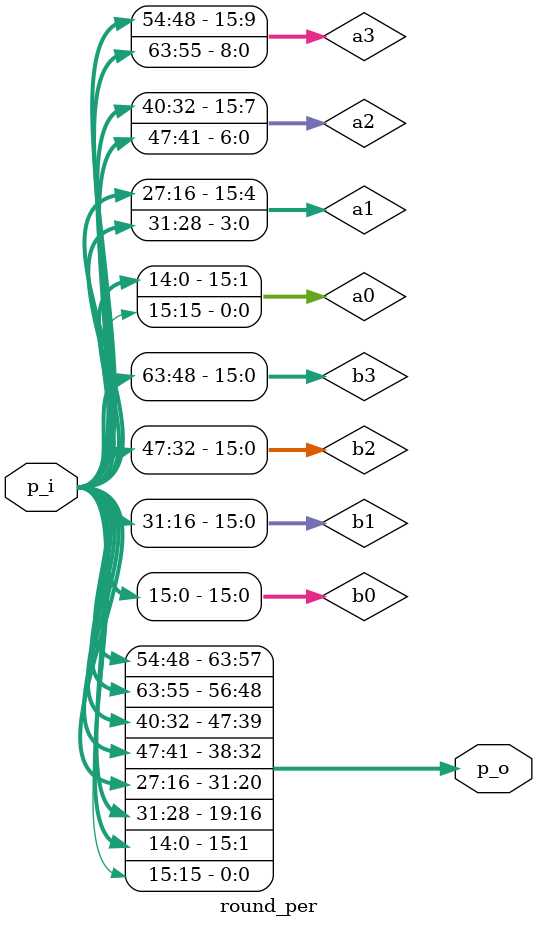
<source format=v>

module round_per(
input [63:0] p_i,

output [63:0] p_o

    );
    
wire [15:0] b0,b1,b2,b3;  

reg[15:0] a0,a1,a2,a3; 
    
assign b0 = p_i[15:0] ;
assign b1 = p_i[31:16];
assign b2 = p_i[47:32];
assign b3 = p_i[63:48];
   
    always @ (*) begin
    
        a0 = {b0[14:0],b0[15]};
        a1 = {b1[11:0],b1[15:12]};
        a2 = {b2[8:0],b2[15:9]};
        a3 = {b3[6:0],b3[15:7]};
    
    end
   
assign p_o = {a3,a2,a1,a0}; 
    
endmodule

</source>
